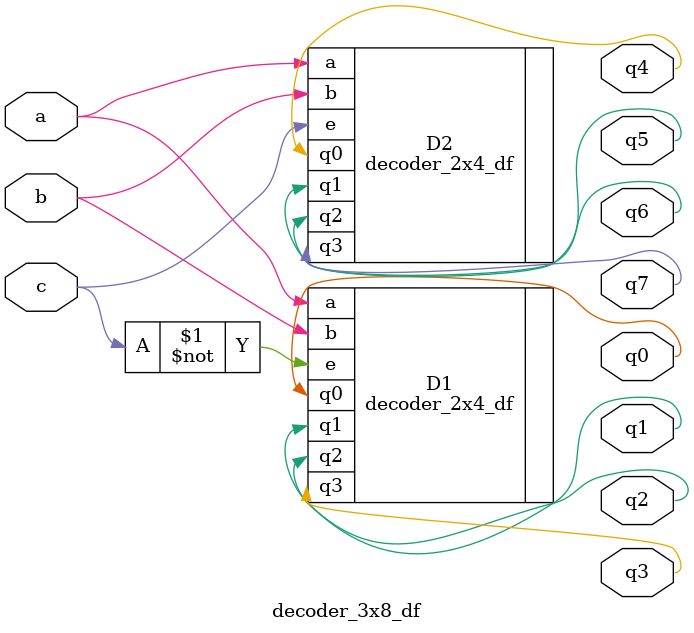
<source format=v>
`timescale 1ns / 1ps


module decoder_3x8_df(
    input a, b, c,
    output q0, q1, q2, q3, q4, q5, q6, q7
    );
    
    decoder_2x4_df D1(
        .a(a),
        .b(b),
        .e(~c),
        .q0(q0),
        .q1(q1),
        .q2(q2),
        .q3(q3)
    );
    
    decoder_2x4_df D2(
        .a(a),
        .b(b),
        .e(c),
        .q0(q4),
        .q1(q5),
        .q2(q6),
        .q3(q7)
    );
endmodule

</source>
